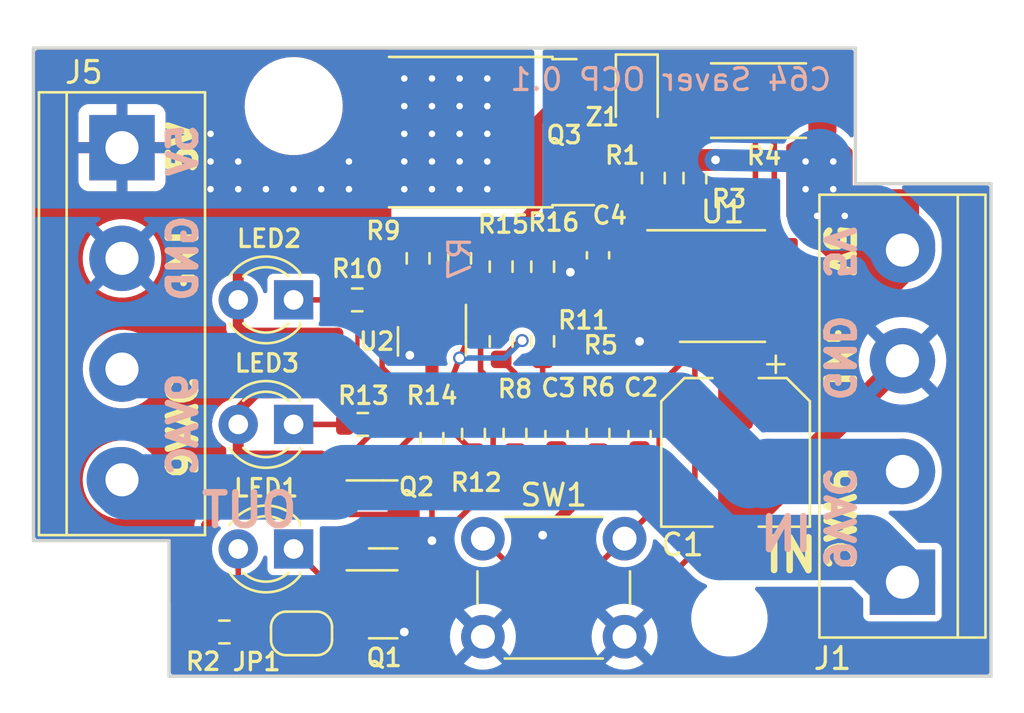
<source format=kicad_pcb>
(kicad_pcb (version 20221018) (generator pcbnew)
  (title_block (title "C64 Saver OCP") (date "2023-04-02") (rev "0.1"))
  (layers (0 "F.Cu" signal) (31 "B.Cu" signal) (34 "B.Paste" user) (35 "F.Paste" user) (36 "B.SilkS" user "B.Silkscreen") (37 "F.SilkS" user "F.Silkscreen") (38 "B.Mask" user) (39 "F.Mask" user) (44 "Edge.Cuts" user))
  (net 0 "")
  (net 1 "/VCC1-")
  (net 2 "GND")
  (net 3 "PGATE")
  (net 4 "/VCC1+")
  (net 5 "OVERVOLTAGE")
  (net 6 "/NGATE")
  (net 7 "/SENSE")
  (net 8 "/9VAC1")
  (net 9 "/9VAC2")
  (net 10 "Net-(U1-~{RESET})")
  (net 11 "Net-(U1-CIN1)")
  (net 12 "Net-(LED1-K)")
  (net 13 "OVERCURRENT")
  (net 14 "Net-(LED1-A)")
  (net 15 "Net-(LED2-K)")
  (net 16 "Net-(U1-OUT)")
  (net 17 "Net-(U2-K)")
  (net 18 "Net-(LED3-K)")
  (net 19 "/5V_SAFE")
  (footprint "TerminalBlock:TerminalBlock_bornier-4_P5.08mm" (layer "F.Cu") (at 180.34 108.204 90)
    (fp_text reference "J1" (at -3.501901 -3.20796 180) (layer "F.SilkS"))
    (fp_text value "Conn_01x04")
    (pad "1" thru_hole rect (at 0 0 90) (size 3 3) (drill 1.52) (layers "*.Cu" "*.Mask") (net 8 "/9VAC1"))
    (pad "2" thru_hole circle (at 5.08 0 90) (size 3 3) (drill 1.52) (layers "*.Cu" "*.Mask") (net 9 "/9VAC2"))
    (pad "3" thru_hole circle (at 10.16 0 90) (size 3 3) (drill 1.52) (layers "*.Cu" "*.Mask") (net 2 "GND"))
    (pad "4" thru_hole circle (at 15.24 0 90) (size 3 3) (drill 1.52) (layers "*.Cu" "*.Mask") (net 4 "/VCC1+"))
  )
  (footprint "Capacitor_SMD:CP_Elec_6.3x5.4" (layer "F.Cu") (at 172.682208 102.248374 -90)
    (fp_text reference "C1" (at 4.243368 2.444026) (layer "F.SilkS"))
    (fp_text value "47uF")
    (pad "1" smd roundrect (at -2.8 0 270) (size 3.5 1.6) (layers "F.Cu" "F.Paste" "F.Mask") (roundrect_rratio 0.15625) (net 4 "/VCC1+"))
    (pad "2" smd roundrect (at 2.8 0 270) (size 3.5 1.6) (layers "F.Cu" "F.Paste" "F.Mask") (roundrect_rratio 0.15625) (net 2 "GND"))
  )
  (footprint "Mounting_Holes:MountingHole_2.5mm" (layer "F.Cu") (at 152.40508 86.35746)
    (fp_text reference "MK1" hide)
    (fp_text value "Mounting_Hole")
    (pad "" np_thru_hole circle (at 0 0) (size 2.5 2.5) (drill 2.5) (layers "*.Cu" "*.Mask") (clearance 1))
  )
  (footprint "Mounting_Holes:MountingHole_2.5mm" (layer "F.Cu") (at 172.39996 109.86262)
    (fp_text reference "MK2" hide)
    (fp_text value "Mounting_Hole")
    (pad "" np_thru_hole circle (at 0 0) (size 2.5 2.5) (drill 2.5) (layers "*.Cu" "*.Mask") (clearance 0.5))
  )
  (footprint "Resistor_SMD:R_0603_1608Metric" (layer "F.Cu") (at 160.02 93.345 -90)
    (fp_text reference "R7" (at 0 0 -270) (layer "B.SilkS") (effects (justify mirror)))
    (fp_text value "3k9")
    (pad "1" smd roundrect (at -0.825 0 270) (size 0.8 0.95) (layers "F.Cu" "F.Paste" "F.Mask") (net 1 "/VCC1-"))
    (pad "2" smd roundrect (at 0.825 0 270) (size 0.8 0.95) (layers "F.Cu" "F.Paste" "F.Mask") (net 7 "/SENSE"))
  )
  (footprint "Resistor_SMD:R_0603_1608Metric" (layer "F.Cu") (at 161.925 97.155 90)
    (fp_text reference "R11" (at 0.970445 3.781925 180) (layer "F.SilkS") (effects (font (size 0.8 0.8))))
    (fp_text value "330k")
    (pad "1" smd roundrect (at -0.825 0 90) (size 0.8 0.95) (layers "F.Cu" "F.Paste" "F.Mask") (net 7 "/SENSE"))
    (pad "2" smd roundrect (at 0.825 0 90) (size 0.8 0.95) (layers "F.Cu" "F.Paste" "F.Mask") (net 5 "OVERVOLTAGE"))
  )
  (footprint "Resistor_SMD:R_0603_1608Metric" (layer "F.Cu") (at 170.815 89.662 -90)
    (fp_text reference "R3" (at 0.953877 -1.565295 -180) (layer "F.SilkS") (effects (font (size 0.8 0.8))))
    (fp_text value "3k9")
    (pad "1" smd roundrect (at -0.825 0 270) (size 0.8 0.95) (layers "F.Cu" "F.Paste" "F.Mask") (net 4 "/VCC1+"))
    (pad "2" smd roundrect (at 0.825 0 270) (size 0.8 0.95) (layers "F.Cu" "F.Paste" "F.Mask") (net 13 "OVERCURRENT"))
  )
  (footprint "TerminalBlock:TerminalBlock_bornier-4_P5.08mm" (layer "F.Cu") (at 144.526 88.265 -90)
    (fp_text reference "J5" (at -3.451028 1.750592 -180) (layer "F.SilkS"))
    (fp_text value "Conn_01x04")
    (pad "1" thru_hole rect (at 0 0 270) (size 3 3) (drill 1.52) (layers "*.Cu" "*.Mask") (net 19 "/5V_SAFE"))
    (pad "2" thru_hole circle (at 5.08 0 270) (size 3 3) (drill 1.52) (layers "*.Cu" "*.Mask") (net 2 "GND"))
    (pad "3" thru_hole circle (at 10.16 0 270) (size 3 3) (drill 1.52) (layers "*.Cu" "*.Mask") (net 9 "/9VAC2"))
    (pad "4" thru_hole circle (at 15.24 0 270) (size 3 3) (drill 1.52) (layers "*.Cu" "*.Mask") (net 8 "/9VAC1"))
  )
  (footprint "Resistor_SMD:R_0603_1608Metric" (layer "F.Cu") (at 163.83 93.726 -90)
    (fp_text reference "R16" (at -2.032 -0.508 180) (layer "F.SilkS") (effects (font (size 0.8 0.8))))
    (fp_text value "3k9")
    (pad "1" smd roundrect (at -0.825 0 270) (size 0.8 0.95) (layers "F.Cu" "F.Paste" "F.Mask") (net 3 "PGATE"))
    (pad "2" smd roundrect (at 0.825 0 270) (size 0.8 0.95) (layers "F.Cu" "F.Paste" "F.Mask") (net 5 "OVERVOLTAGE"))
  )
  (footprint "Resistor_SMD:R_0603_1608Metric" (layer "F.Cu") (at 160.655 101.41 -90)
    (fp_text reference "R12" (at 2.222 -0.127 -180) (layer "F.SilkS") (effects (font (size 0.8 0.8))))
    (fp_text value "33k")
    (pad "1" smd roundrect (at -0.825 0 270) (size 0.8 0.95) (layers "F.Cu" "F.Paste" "F.Mask") (net 17 "Net-(U2-K)"))
    (pad "2" smd roundrect (at 0.825 0 270) (size 0.8 0.95) (layers "F.Cu" "F.Paste" "F.Mask") (net 6 "/NGATE"))
  )
  (footprint "Package_TO_SOT_SMD:SOT-23" (layer "F.Cu") (at 158.75 97.155 -90)
    (fp_text reference "U2" (at 0 2.54 -180) (layer "F.SilkS") (effects (font (size 0.8 0.8))))
    (fp_text value "TL431DBZ")
    (pad "1" smd roundrect (at -0.9375 -0.95 270) (size 1.475 0.6) (layers "F.Cu" "F.Paste" "F.Mask") (net 17 "Net-(U2-K)"))
    (pad "2" smd roundrect (at -0.9375 0.95 270) (size 1.475 0.6) (layers "F.Cu" "F.Paste" "F.Mask") (net 7 "/SENSE"))
    (pad "3" smd roundrect (at 0.9375 0 270) (size 1.475 0.6) (layers "F.Cu" "F.Paste" "F.Mask") (net 2 "GND"))
  )
  (footprint "Jumper:SolderJumper-2_P1.3mm_Open_RoundedPad1.0x1.5mm" (layer "F.Cu") (at 152.76463 110.555705 180)
    (fp_text reference "JP1" (at 2.058952 -1.303982) (layer "F.SilkS") (effects (font (size 0.8 0.8))))
    (fp_text value "SolderJumper_2_Open")
    (pad "1" smd custom (at -0.65 0 180) (size 1 0.5) (layers "F.Cu" "F.Mask") (net 2 "GND") (options (clearance outline) (anchor rect)) (primitives (gr_circle (center 0 0.25) (end 0.5 0.25) (width 0) (fill yes)) (gr_circle (center 0 -0.25) (end 0.5 -0.25) (width 0) (fill yes)) (gr_poly (pts (xy 0.5 0.75) (xy 0 0.75) (xy 0 -0.75) (xy 0.5 -0.75)) (width 0) (fill yes))))
    (pad "2" smd custom (at 0.65 0 180) (size 1 0.5) (layers "F.Cu" "F.Mask") (net 13 "OVERCURRENT") (options (clearance outline) (anchor rect)) (primitives (gr_circle (center 0 0.25) (end 0.5 0.25) (width 0) (fill yes)) (gr_circle (center 0 -0.25) (end 0.5 -0.25) (width 0) (fill yes)) (gr_poly (pts (xy 0 0.75) (xy -0.5 0.75) (xy -0.5 -0.75) (xy 0 -0.75)) (width 0) (fill yes))))
  )
  (footprint "Capacitor_SMD:C_0603_1608Metric" (layer "F.Cu") (at 168.275 101.41 -90)
    (fp_text reference "C2" (at -2.144696 -0.07319 180) (layer "F.SilkS") (effects (font (size 0.8 0.8))))
    (fp_text value "220n")
    (pad "1" smd roundrect (at -0.775 0 270) (size 0.9 0.95) (layers "F.Cu" "F.Paste" "F.Mask") (net 10 "Net-(U1-~{RESET})"))
    (pad "2" smd roundrect (at 0.775 0 270) (size 0.9 0.95) (layers "F.Cu" "F.Paste" "F.Mask") (net 2 "GND"))
  )
  (footprint "Resistor_SMD:R_0603_1608Metric" (layer "F.Cu") (at 163.83 97.155 -90)
    (fp_text reference "R5" (at 0.174011 -2.668059 -180) (layer "F.SilkS") (effects (font (size 0.8 0.8))))
    (fp_text value "10k")
    (pad "1" smd roundrect (at -0.825 0 270) (size 0.8 0.95) (layers "F.Cu" "F.Paste" "F.Mask") (net 16 "Net-(U1-OUT)"))
    (pad "2" smd roundrect (at 0.825 0 270) (size 0.8 0.95) (layers "F.Cu" "F.Paste" "F.Mask") (net 11 "Net-(U1-CIN1)"))
  )
  (footprint "Package_TO_SOT_SMD:SOT-23" (layer "F.Cu") (at 156.5125 109.22)
    (fp_text reference "Q1" (at 0.042474 2.449988) (layer "F.SilkS") (effects (font (size 0.8 0.8))))
    (fp_text value "2N7002")
    (pad "1" smd roundrect (at -0.9375 -0.95) (size 1.475 0.6) (layers "F.Cu" "F.Paste" "F.Mask") (net 13 "OVERCURRENT"))
    (pad "2" smd roundrect (at -0.9375 0.95) (size 1.475 0.6) (layers "F.Cu" "F.Paste" "F.Mask") (net 2 "GND"))
    (pad "3" smd roundrect (at 0.9375 0) (size 1.475 0.6) (layers "F.Cu" "F.Paste" "F.Mask") (net 12 "Net-(LED1-K)"))
  )
  (footprint "Resistor_SMD:R_0603_1608Metric" (layer "F.Cu") (at 162.56 101.41 -90)
    (fp_text reference "R8" (at -2.075094 0 -180) (layer "F.SilkS") (effects (font (size 0.8 0.8))))
    (fp_text value "3k3")
    (pad "1" smd roundrect (at -0.825 0 270) (size 0.8 0.95) (layers "F.Cu" "F.Paste" "F.Mask") (net 7 "/SENSE"))
    (pad "2" smd roundrect (at 0.825 0 270) (size 0.8 0.95) (layers "F.Cu" "F.Paste" "F.Mask") (net 2 "GND"))
  )
  (footprint "LED_THT:LED_D3.0mm" (layer "F.Cu") (at 152.4 100.965 180)
    (fp_text reference "LED3" (at 1.222936 2.809108) (layer "F.SilkS") (effects (font (size 0.8 0.8))))
    (fp_text value "LED_GREEN_3mm")
    (pad "1" thru_hole rect (at 0 0 180) (size 1.8 1.8) (drill 0.9) (layers "*.Cu" "*.Mask") (net 18 "Net-(LED3-K)"))
    (pad "2" thru_hole circle (at 2.54 0 180) (size 1.8 1.8) (drill 0.9) (layers "*.Cu" "*.Mask") (net 1 "/VCC1-"))
  )
  (footprint "Resistor_SMD:R_0603_1608Metric" (layer "F.Cu") (at 166.37 101.41 -90)
    (fp_text reference "R6" (at -2.154701 0 180) (layer "F.SilkS") (effects (font (size 0.8 0.8))))
    (fp_text value "2k2")
    (pad "1" smd roundrect (at -0.825 0 270) (size 0.8 0.95) (layers "F.Cu" "F.Paste" "F.Mask") (net 11 "Net-(U1-CIN1)"))
    (pad "2" smd roundrect (at 0.825 0 270) (size 0.8 0.95) (layers "F.Cu" "F.Paste" "F.Mask") (net 2 "GND"))
  )
  (footprint "Resistor_SMD:R_0603_1608Metric" (layer "F.Cu") (at 149.225 110.49)
    (fp_text reference "R2" (at -0.97734 1.354987) (layer "F.SilkS") (effects (font (size 0.8 0.8))))
    (fp_text value "1k")
    (pad "1" smd roundrect (at -0.825 0) (size 0.8 0.95) (layers "F.Cu" "F.Paste" "F.Mask") (net 1 "/VCC1-"))
    (pad "2" smd roundrect (at 0.825 0) (size 0.8 0.95) (layers "F.Cu" "F.Paste" "F.Mask") (net 14 "Net-(LED1-A)"))
  )
  (footprint "Resistor_SMD:R_0603_1608Metric" (layer "F.Cu") (at 155.575 100.965 180)
    (fp_text reference "R13" (at -0.032673 1.323509) (layer "F.SilkS") (effects (font (size 0.8 0.8))))
    (fp_text value "1k")
    (pad "1" smd roundrect (at -0.825 0 180) (size 0.8 0.95) (layers "F.Cu" "F.Paste" "F.Mask") (net 5 "OVERVOLTAGE"))
    (pad "2" smd roundrect (at 0.825 0 180) (size 0.8 0.95) (layers "F.Cu" "F.Paste" "F.Mask") (net 18 "Net-(LED3-K)"))
  )
  (footprint "Diode_SMD:D_0805_2012Metric_Pad1.15x1.40mm_HandSolder" (layer "F.Cu") (at 168.148 85.852 -90)
    (fp_text reference "Z1" (at 1.006702 1.574824 -180) (layer "F.SilkS") (effects (font (size 0.8 0.8))))
    (fp_text value "BZY55B6V8")
    (pad "1" smd roundrect (at -1.025 0 270) (size 1.15 1.4) (layers "F.Cu" "F.Paste" "F.Mask") (roundrect_rratio 0.2173913043) (net 1 "/VCC1-"))
    (pad "2" smd roundrect (at 1.025 0 270) (size 1.15 1.4) (layers "F.Cu" "F.Paste" "F.Mask") (roundrect_rratio 0.2173913043) (net 3 "PGATE"))
  )
  (footprint "Capacitor_SMD:C_0603_1608Metric" (layer "F.Cu") (at 164.465 101.41 -90)
    (fp_text reference "C3" (at -2.11999 -0.090855 180) (layer "F.SilkS") (effects (font (size 0.8 0.8))))
    (fp_text value "TBD")
    (pad "1" smd roundrect (at -0.775 0 270) (size 0.9 0.95) (layers "F.Cu" "F.Paste" "F.Mask") (net 11 "Net-(U1-CIN1)"))
    (pad "2" smd roundrect (at 0.775 0 270) (size 0.9 0.95) (layers "F.Cu" "F.Paste" "F.Mask") (net 2 "GND"))
  )
  (footprint "Package_TO_SOT_SMD:SOT-23" (layer "F.Cu") (at 156.5125 105.095)
    (fp_text reference "Q2" (at 1.528356 -1.266452) (layer "F.SilkS") (effects (font (size 0.8 0.8))))
    (fp_text value "BC847")
    (pad "1" smd roundrect (at -0.9375 -0.95) (size 1.475 0.6) (layers "F.Cu" "F.Paste" "F.Mask") (net 6 "/NGATE"))
    (pad "2" smd roundrect (at -0.9375 0.95) (size 1.475 0.6) (layers "F.Cu" "F.Paste" "F.Mask") (net 13 "OVERCURRENT"))
    (pad "3" smd roundrect (at 0.9375 0) (size 1.475 0.6) (layers "F.Cu" "F.Paste" "F.Mask") (net 5 "OVERVOLTAGE"))
  )
  (footprint "Resistor_SMD:R_0603_1608Metric" (layer "F.Cu") (at 155.321 95.25)
    (fp_text reference "R10" (at 0 -1.43) (layer "F.SilkS") (effects (font (size 0.8 0.8))))
    (fp_text value "1k")
    (pad "1" smd roundrect (at -0.825 0) (size 0.8 0.95) (layers "F.Cu" "F.Paste" "F.Mask") (net 15 "Net-(LED2-K)"))
    (pad "2" smd roundrect (at 0.825 0) (size 0.8 0.95) (layers "F.Cu" "F.Paste" "F.Mask") (net 17 "Net-(U2-K)"))
  )
  (footprint "Package_SO:SOIC-8_3.9x4.9mm_P1.27mm" (layer "F.Cu") (at 172.085 94.615)
    (fp_text reference "U1" (at 0 -3.4) (layer "F.SilkS"))
    (fp_text value "MAX4373FESA")
    (pad "1" smd roundrect (at -2.475 -1.905) (size 1.95 0.6) (layers "F.Cu" "F.Paste" "F.Mask") (net 4 "/VCC1+"))
    (pad "2" smd roundrect (at -2.475 -0.635) (size 1.95 0.6) (layers "F.Cu" "F.Paste" "F.Mask") (net 16 "Net-(U1-OUT)"))
    (pad "3" smd roundrect (at -2.475 0.635) (size 1.95 0.6) (layers "F.Cu" "F.Paste" "F.Mask") (net 11 "Net-(U1-CIN1)"))
    (pad "4" smd roundrect (at -2.475 1.905) (size 1.95 0.6) (layers "F.Cu" "F.Paste" "F.Mask") (net 2 "GND"))
    (pad "5" smd roundrect (at 2.475 1.905) (size 1.95 0.6) (layers "F.Cu" "F.Paste" "F.Mask") (net 10 "Net-(U1-~{RESET})"))
    (pad "6" smd roundrect (at 2.475 0.635) (size 1.95 0.6) (layers "F.Cu" "F.Paste" "F.Mask") (net 13 "OVERCURRENT"))
    (pad "7" smd roundrect (at 2.475 -0.635) (size 1.95 0.6) (layers "F.Cu" "F.Paste" "F.Mask") (net 1 "/VCC1-"))
    (pad "8" smd roundrect (at 2.475 -1.905) (size 1.95 0.6) (layers "F.Cu" "F.Paste" "F.Mask") (net 4 "/VCC1+"))
  )
  (footprint "Capacitor_SMD:C_0603_1608Metric" (layer "F.Cu") (at 166.37 93.205 -90)
    (fp_text reference "C4" (at -1.830413 -0.538472 180) (layer "F.SilkS") (effects (font (size 0.8 0.8))))
    (fp_text value "100n")
    (pad "1" smd roundrect (at -0.775 0 270) (size 0.9 0.95) (layers "F.Cu" "F.Paste" "F.Mask") (net 4 "/VCC1+"))
    (pad "2" smd roundrect (at 0.775 0 270) (size 0.9 0.95) (layers "F.Cu" "F.Paste" "F.Mask") (net 2 "GND"))
  )
  (footprint "Resistor_SMD:R_0603_1608Metric" (layer "F.Cu") (at 158.75 101.6 -90)
    (fp_text reference "R14" (at -1.959415 0 -180) (layer "F.SilkS") (effects (font (size 0.8 0.8))))
    (fp_text value "10k")
    (pad "1" smd roundrect (at -0.825 0 270) (size 0.8 0.95) (layers "F.Cu" "F.Paste" "F.Mask") (net 6 "/NGATE"))
    (pad "2" smd roundrect (at 0.825 0 270) (size 0.8 0.95) (layers "F.Cu" "F.Paste" "F.Mask") (net 2 "GND"))
  )
  (footprint "Package_TO_SOT_SMD:ATPAK-2" (layer "F.Cu") (at 160.43 87.552 180)
    (fp_text reference "Q3" (at -4.38271 -0.127024) (layer "F.SilkS") (effects (font (size 0.8 0.8))))
    (fp_text value "IRFR5305")
    (pad "1" smd roundrect (at -4.95 -2.3 180) (size 1.6 1.5) (layers "F.Cu" "F.Paste" "F.Mask") (roundrect_rratio 0.1666673333) (net 3 "PGATE"))
    (pad "2" smd roundrect (at -0.55 -1.7 180) (size 3.2 3.1) (layers "F.Cu" "F.Paste") (roundrect_rratio 0.08064483871) (net 19 "/5V_SAFE"))
    (pad "2" smd roundrect (at -0.55 1.7 180) (size 3.2 3.1) (layers "F.Cu" "F.Paste") (roundrect_rratio 0.08064483871) (net 19 "/5V_SAFE"))
    (pad "2" smd roundrect (at 1.2 0 180) (size 6.7 6.5) (layers "F.Cu" "F.Mask") (roundrect_rratio 0.038462) (net 19 "/5V_SAFE"))
    (pad "2" smd roundrect (at 2.95 -1.7 180) (size 3.2 3.1) (layers "F.Cu" "F.Paste") (roundrect_rratio 0.08064483871) (net 19 "/5V_SAFE"))
    (pad "2" smd roundrect (at 2.95 1.7 180) (size 3.2 3.1) (layers "F.Cu" "F.Paste") (roundrect_rratio 0.08064483871) (net 19 "/5V_SAFE"))
    (pad "3" smd roundrect (at -4.95 2.3 180) (size 1.6 1.5) (layers "F.Cu" "F.Paste" "F.Mask") (roundrect_rratio 0.1666673333) (net 1 "/VCC1-"))
  )
  (footprint "LED_THT:LED_D3.0mm" (layer "F.Cu") (at 152.4 95.25 180)
    (fp_text reference "LED2" (at 1.124113 2.813493) (layer "F.SilkS") (effects (font (size 0.8 0.8))))
    (fp_text value "LED_RED_3mm")
    (pad "1" thru_hole rect (at 0 0 180) (size 1.8 1.8) (drill 0.9) (layers "*.Cu" "*.Mask") (net 15 "Net-(LED2-K)"))
    (pad "2" thru_hole circle (at 2.54 0 180) (size 1.8 1.8) (drill 0.9) (layers "*.Cu" "*.Mask") (net 1 "/VCC1-"))
  )
  (footprint "Resistor_SMD:R_0603_1608Metric" (layer "F.Cu") (at 158.115 93.345 -90)
    (fp_text reference "R9" (at -1.266628 1.592398 180) (layer "F.SilkS") (effects (font (size 0.8 0.8))))
    (fp_text value "3k3")
    (pad "1" smd roundrect (at -0.825 0 270) (size 0.8 0.95) (layers "F.Cu" "F.Paste" "F.Mask") (net 1 "/VCC1-"))
    (pad "2" smd roundrect (at 0.825 0 270) (size 0.8 0.95) (layers "F.Cu" "F.Paste" "F.Mask") (net 17 "Net-(U2-K)"))
  )
  (footprint "Resistor_SMD:R_2512_6332Metric" (layer "F.Cu") (at 173.736 86.106 180)
    (fp_text reference "R4" (at -0.254 -2.54) (layer "F.SilkS") (effects (font (size 0.8 0.8))))
    (fp_text value "40m")
    (pad "1" smd roundrect (at -2.9625 0 180) (size 1.225 3.35) (layers "F.Cu" "F.Paste" "F.Mask") (roundrect_rratio 0.2040816327) (net 4 "/VCC1+"))
    (pad "2" smd roundrect (at 2.9625 0 180) (size 1.225 3.35) (layers "F.Cu" "F.Paste" "F.Mask") (roundrect_rratio 0.2040816327) (net 1 "/VCC1-"))
  )
  (footprint "LED_THT:LED_D3.0mm" (layer "F.Cu") (at 152.4 106.68 180)
    (fp_text reference "LED1" (at 1.259995 2.79237) (layer "F.SilkS") (effects (font (size 0.8 0.8))))
    (fp_text value "YELLOW_3mm")
    (pad "1" thru_hole rect (at 0 0 180) (size 1.8 1.8) (drill 0.9) (layers "*.Cu" "*.Mask") (net 12 "Net-(LED1-K)"))
    (pad "2" thru_hole circle (at 2.54 0 180) (size 1.8 1.8) (drill 0.9) (layers "*.Cu" "*.Mask") (net 14 "Net-(LED1-A)"))
  )
  (footprint "Resistor_SMD:R_0603_1608Metric" (layer "F.Cu") (at 161.925 93.726 -90)
    (fp_text reference "R15" (at -1.942059 -0.103825 -180) (layer "F.SilkS") (effects (font (size 0.8 0.8))))
    (fp_text value "3k3")
    (pad "1" smd roundrect (at -0.825 0 270) (size 0.8 0.95) (layers "F.Cu" "F.Paste" "F.Mask") (net 1 "/VCC1-"))
    (pad "2" smd roundrect (at 0.825 0 270) (size 0.8 0.95) (layers "F.Cu" "F.Paste" "F.Mask") (net 5 "OVERVOLTAGE"))
  )
  (footprint "Resistor_SMD:R_0603_1608Metric" (layer "F.Cu") (at 168.91 89.662 -90)
    (fp_text reference "R1" (at -1.043173 1.429682 180) (layer "F.SilkS") (effects (font (size 0.8 0.8))))
    (fp_text value "330k")
    (pad "1" smd roundrect (at -0.825 0 270) (size 0.8 0.95) (layers "F.Cu" "F.Paste" "F.Mask") (net 4 "/VCC1+"))
    (pad "2" smd roundrect (at 0.825 0 270) (size 0.8 0.95) (layers "F.Cu" "F.Paste" "F.Mask") (net 10 "Net-(U1-~{RESET})"))
  )
  (footprint "Button_Switch_THT:SW_PUSH_6mm" (layer "F.Cu") (at 161.088 106.208)
    (fp_text reference "SW1" (at 3.25 -2) (layer "F.SilkS"))
    (fp_text value "SW_Push")
    (pad "1" thru_hole circle (at 0 0 90) (size 2 2) (drill 1.1) (layers "*.Cu" "*.Mask") (net 10 "Net-(U1-~{RESET})"))
    (pad "1" thru_hole circle (at 6.5 0 90) (size 2 2) (drill 1.1) (layers "*.Cu" "*.Mask") (net 10 "Net-(U1-~{RESET})"))
    (pad "2" thru_hole circle (at 0 4.5 90) (size 2 2) (drill 1.1) (layers "*.Cu" "*.Mask") (net 2 "GND"))
    (pad "2" thru_hole circle (at 6.5 4.5 90) (size 2 2) (drill 1.1) (layers "*.Cu" "*.Mask") (net 2 "GND"))
  )
  (gr_line (start 146.685 106.299) (end 140.462 106.299) (stroke (width 0.15)) (layer "Edge.Cuts"))
  (gr_line (start 184.404 89.916) (end 184.404 112.522) (stroke (width 0.15)) (layer "Edge.Cuts"))
  (gr_line (start 140.462 106.299) (end 140.462 83.693) (stroke (width 0.15)) (layer "Edge.Cuts"))
  (gr_line (start 178.181 83.693) (end 178.181 89.916) (stroke (width 0.15)) (layer "Edge.Cuts"))
  (gr_line (start 140.462 83.693) (end 178.181 83.693) (stroke (width 0.15)) (layer "Edge.Cuts"))
  (gr_line (start 184.404 112.522) (end 146.685 112.522) (stroke (width 0.15)) (layer "Edge.Cuts"))
  (gr_line (start 178.181 89.916) (end 184.404 89.916) (stroke (width 0.15)) (layer "Edge.Cuts"))
  (gr_line (start 146.685 112.522) (end 146.685 106.299) (stroke (width 0.15)) (layer "Edge.Cuts"))
  (gr_text "9VAC" (at 177.419 105.283 270) (layer "B.SilkS") (effects (font (size 1.25 1.25) (thickness 0.3)) (justify mirror)))
  (gr_text "GND" (at 177.419 97.917 270) (layer "B.SilkS") (effects (font (size 1.25 1.25) (thickness 0.3)) (justify mirror)))
  (gr_text "5V" (at 177.419 93.091 270) (layer "B.SilkS") (effects (font (size 1.25 1.25) (thickness 0.3)) (justify mirror)))
  (gr_text "5V" (at 147.32 88.392 90) (layer "B.SilkS") (effects (font (size 1.25 1.25) (thickness 0.3)) (justify mirror)))
  (gr_text "GND" (at 147.32 93.345 90) (layer "B.SilkS") (effects (font (size 1.25 1.25) (thickness 0.3)) (justify mirror)))
  (gr_text "9VAC" (at 147.32 100.965 90) (layer "B.SilkS") (effects (font (size 1.25 1.25) (thickness 0.3)) (justify mirror)))
  (gr_text "IN" (at 175.006 106) (layer "B.SilkS") (effects (font (size 1.5 1.5) (thickness 0.3)) (justify mirror)))
  (gr_text "OUT" (at 150.368 104.902) (layer "B.SilkS") (effects (font (size 1.5 1.5) (thickness 0.3)) (justify mirror)))
  (gr_text "${TITLE} ${REVISION}" (at 177.165 85.725) (layer "B.SilkS") (effects (font (size 1 1)) (justify left bottom mirror)))
  (gr_text "5V" (at 147.32 88.265 90) (layer "F.SilkS") (effects (font (size 1.25 1.25) (thickness 0.3))))
  (gr_text "GND" (at 147.32 93.345 90) (layer "F.SilkS") (effects (font (size 1.25 1.25) (thickness 0.3))))
  (gr_text "9VAC" (at 147.32 101.092 90) (layer "F.SilkS") (effects (font (size 1.25 1.25) (thickness 0.3))))
  (gr_text "GND" (at 177.419 97.917 270) (layer "F.SilkS") (effects (font (size 1.25 1.25) (thickness 0.3))))
  (gr_text "9VAC" (at 177.419 105.283 270) (layer "F.SilkS") (effects (font (size 1.25 1.25) (thickness 0.3))))
  (gr_text "5V" (at 177.419 92.964 270) (layer "F.SilkS") (effects (font (size 1.25 1.25) (thickness 0.3))))
  (gr_text "IN" (at 175.236534 106.967137) (layer "F.SilkS") (effects (font (size 1.5 1.5) (thickness 0.3))))
  (segment (start 154.379 99.515) (end 150.675 99.515) (width 0.5) (layer "F.Cu") (net 1))
  (segment (start 172.466 86.106) (end 170.7735 86.106) (width 0.254) (layer "F.Cu") (net 1))
  (segment (start 154.432 99.568) (end 154.379 99.515) (width 0.5) (layer "F.Cu") (net 1))
  (segment (start 153.67 104.902) (end 149.098 104.902) (width 0.5) (layer "F.Cu") (net 1))
  (segment (start 150.492208 93.345) (end 156.845 93.345) (width 0.5) (layer "F.Cu") (net 1))
  (segment (start 153.67 102.415) (end 153.67 104.902) (width 0.5) (layer "F.Cu") (net 1))
  (segment (start 149.098 104.902) (end 148.4 105.6) (width 0.5) (layer "F.Cu") (net 1))
  (segment (start 150.675 99.515) (end 149.86 100.33) (width 0.5) (layer "F.Cu") (net 1))
  (segment (start 160.02 92.52) (end 161.925 92.901) (width 0.5) (layer "F.Cu") (net 1))
  (segment (start 150.037208 102.415) (end 153.67 102.415) (width 0.5) (layer "F.Cu") (net 1))
  (segment (start 149.86 95.25) (end 149.86 96.522792) (width 0.5) (layer "F.Cu") (net 1))
  (segment (start 158.115 92.52) (end 160.02 92.52) (width 0.5) (layer "F.Cu") (net 1))
  (segment (start 150.111208 96.774) (end 154.432 96.774) (width 0.5) (layer "F.Cu") (net 1))
  (segment (start 172.72 93.98) (end 174.56 93.98) (width 0.254) (layer "F.Cu") (net 1))
  (segment (start 157.67 92.52) (end 158.115 92.52) (width 0.5) (layer "F.Cu") (net 1))
  (segment (start 173.592496 87.232496) (end 172.466 86.106) (width 0.254) (layer "F.Cu") (net 1))
  (segment (start 163.576 87.056) (end 165.38 85.252) (width 0.5) (layer "F.Cu") (net 1))
  (segment (start 149.86 95.25) (end 149.86 93.977208) (width 0.5) (layer "F.Cu") (net 1))
  (segment (start 173.592496 91.024927) (end 172.72 91.897423) (width 0.254) (layer "F.Cu") (net 1))
  (segment (start 172.72 91.897423) (end 172.72 93.98) (width 0.254) (layer "F.Cu") (net 1))
  (segment (start 149.86 100.33) (end 149.86 100.965) (width 0.5) (layer "F.Cu") (net 1))
  (segment (start 149.86 102.237792) (end 150.037208 102.415) (width 0.5) (layer "F.Cu") (net 1))
  (segment (start 148.4 105.6) (end 148.4 110.49) (width 0.5) (layer "F.Cu") (net 1))
  (segment (start 149.86 93.977208) (end 150.492208 93.345) (width 0.5) (layer "F.Cu") (net 1))
  (segment (start 161.925 92.901) (end 163.576 90.869) (width 0.5) (layer "F.Cu") (net 1))
  (segment (start 149.86 100.965) (end 149.86 102.237792) (width 0.5) (layer "F.Cu") (net 1))
  (segment (start 156.845 93.345) (end 157.67 92.52) (width 0.5) (layer "F.Cu") (net 1))
  (segment (start 154.432 96.774) (end 154.432 99.568) (width 0.5) (layer "F.Cu") (net 1))
  (segment (start 149.86 96.522792) (end 150.111208 96.774) (width 0.5) (layer "F.Cu") (net 1))
  (segment (start 163.576 90.869) (end 163.576 87.056) (width 0.5) (layer "F.Cu") (net 1))
  (segment (start 173.592496 91.024927) (end 173.592496 87.232496) (width 0.254) (layer "F.Cu") (net 1))
  (segment (start 168.91 96.52) (end 168.275 97.155) (width 0.5) (layer "F.Cu") (net 2))
  (segment (start 168.225 102.235) (end 168.275 102.185) (width 0.5) (layer "F.Cu") (net 2))
  (segment (start 166.37 103.505) (end 163.83 106.045) (width 0.5) (layer "F.Cu") (net 2))
  (segment (start 174.111 104.654) (end 174.625 104.14) (width 1) (layer "F.Cu") (net 2))
  (segment (start 153.800335 110.17) (end 153.41463 110.555705) (width 0.254) (layer "F.Cu") (net 2))
  (segment (start 157.16 110.17) (end 157.48 110.49) (width 0.254) (layer "F.Cu") (net 2))
  (segment (start 166.37 102.235) (end 168.225 102.235) (width 0.5) (layer "F.Cu") (net 2))
  (segment (start 166.37 93.98) (end 165.1 93.98) (width 0.5) (layer "F.Cu") (net 2))
  (segment (start 162.56 102.235) (end 164.415 102.235) (width 0.5) (layer "F.Cu") (net 2))
  (segment (start 172.682208 105.048374) (end 174.111 104.654) (width 1) (layer "F.Cu") (net 2))
  (segment (start 158.0365 98.0925) (end 157.734 97.79) (width 0.254) (layer "F.Cu") (net 2))
  (segment (start 155.575 110.17) (end 157.16 110.17) (width 0.254) (layer "F.Cu") (net 2))
  (segment (start 174.625 103.759) (end 180.34 98.044) (width 1) (layer "F.Cu") (net 2))
  (segment (start 164.415 102.235) (end 164.465 102.185) (width 0.5) (layer "F.Cu") (net 2))
  (segment (start 164.465 102.185) (end 166.32 102.185) (width 0.5) (layer "F.Cu") (net 2))
  (segment (start 158.75 98.0925) (end 158.0365 98.0925) (width 0.254) (layer "F.Cu") (net 2))
  (segment (start 166.37 102.235) (end 166.37 103.505) (width 0.5) (layer "F.Cu") (net 2))
  (segment (start 174.625 104.14) (end 174.625 103.759) (width 1) (layer "F.Cu") (net 2))
  (segment (start 158.75 102.235) (end 158.75 106.299) (width 0.254) (layer "F.Cu") (net 2))
  (segment (start 155.575 110.17) (end 153.800335 110.17) (width 0.254) (layer "F.Cu") (net 2))
  (segment (start 169.61 96.52) (end 168.91 96.52) (width 0.5) (layer "F.Cu") (net 2))
  (segment (start 166.32 102.185) (end 166.37 102.235) (width 0.5) (layer "F.Cu") (net 2))
  (via (at 157.48 110.49) (size 0.6) (drill 0.4) (layers "F.Cu" "B.Cu") (net 2))
  (via (at 157.734 97.79) (size 0.6) (drill 0.4) (layers "F.Cu" "B.Cu") (net 2))
  (via (at 158.75 106.299) (size 0.6) (drill 0.4) (layers "F.Cu" "B.Cu") (net 2))
  (via (at 165.1 93.98) (size 0.6) (drill 0.4) (layers "F.Cu" "B.Cu") (net 2))
  (via (at 168.275 97.155) (size 0.6) (drill 0.4) (layers "F.Cu" "B.Cu") (net 2))
  (via (at 163.83 106.045) (size 0.6) (drill 0.4) (layers "F.Cu" "B.Cu") (net 2))
  (segment (start 168.148 86.877) (end 166.615 86.877) (width 0.5) (layer "F.Cu") (net 3))
  (segment (start 164.465 92.52) (end 163.83 92.901) (width 0.254) (layer "F.Cu") (net 3))
  (segment (start 165.354 88.138) (end 165.354 89.826) (width 0.5) (layer "F.Cu") (net 3))
  (segment (start 165.38 91.605) (end 164.465 92.52) (width 0.254) (layer "F.Cu") (net 3))
  (segment (start 165.354 89.826) (end 165.38 89.852) (width 0.5) (layer "F.Cu") (net 3))
  (segment (start 166.615 86.877) (end 165.354 88.138) (width 0.5) (layer "F.Cu") (net 3))
  (segment (start 165.38 89.852) (end 165.38 91.605) (width 0.254) (layer "F.Cu") (net 3))
  (segment (start 167.005 89.535) (end 167.703 88.837) (width 1) (layer "F.Cu") (net 4))
  (segment (start 166.37 92.43) (end 167.005 91.795) (width 0.5) (layer "F.Cu") (net 4))
  (segment (start 167.005 91.795) (end 168.695 91.795) (width 0.5) (layer "F.Cu") (net 4))
  (segment (start 171.762093 88.827176) (end 170.815 88.837) (width 1) (layer "F.Cu") (net 4))
  (segment (start 176.606 86.36) (end 175.26 86.36) (width 0.254) (layer "F.Cu") (net 4))
  (segment (start 168.695 91.795) (end 169.61 92.71) (width 0.5) (layer "F.Cu") (net 4))
  (segment (start 174.4565 87.1635) (end 174.4565 92.6065) (width 0.254) (layer "F.Cu") (net 4))
  (segment (start 174.4565 92.6065) (end 174.56 92.71) (width 0.254) (layer "F.Cu") (net 4))
  (segment (start 167.005 91.795) (end 167.005 89.535) (width 0.5) (layer "F.Cu") (net 4))
  (segment (start 174.911896 99.448374) (end 180.34 94.02027) (width 1) (layer "F.Cu") (net 4))
  (segment (start 180.34 94.02027) (end 180.34 92.964) (width 1) (layer "F.Cu") (net 4))
  (segment (start 176.6985 89.21727) (end 176.6985 86.106) (width 0.254) (layer "F.Cu") (net 4))
  (segment (start 175.832 88.837) (end 175.895 88.9) (width 0.254) (layer "F.Cu") (net 4))
  (segment (start 172.682208 99.448374) (end 174.911896 99.448374) (width 1) (layer "F.Cu") (net 4))
  (segment (start 170.815 88.837) (end 168.91 88.837) (width 1) (layer "F.Cu") (net 4))
  (segment (start 167.703 88.837) (end 168.91 88.837) (width 1) (layer "F.Cu") (net 4))
  (segment (start 175.26 86.36) (end 174.4565 87.1635) (width 0.254) (layer "F.Cu") (net 4))
  (via (at 175.895 88.9) (size 0.6) (drill 0.3) (layers "F.Cu" "B.Cu") (net 4))
  (via (at 177.692427 91.396637) (size 0.6) (drill 0.3) (layers "F.Cu" "B.Cu") (net 4))
  (via (at 177.165 90.17) (size 0.6) (drill 0.3) (layers "F.Cu" "B.Cu") (net 4))
  (via (at 176.422427 91.396637) (size 0.6) (drill 0.3) (layers "F.Cu" "B.Cu") (net 4))
  (via (at 175.895 90.17) (size 0.6) (drill 0.3) (layers "F.Cu" "B.Cu") (net 4))
  (via (at 177.165 88.9) (size 0.6) (drill 0.3) (layers "F.Cu" "B.Cu") (net 4))
  (via (at 171.762093 88.827176) (size 0.6) (drill 0.4) (layers "F.Cu" "B.Cu") (net 4))
  (segment (start 179.121 91.491) (end 176.74568 91.491) (width 3) (layer "B.Cu") (net 4))
  (segment (start 180.34 92.71) (end 179.121 91.491) (width 3) (layer "B.Cu") (net 4))
  (segment (start 180.34 92.964) (end 180.34 92.71) (width 3) (layer "B.Cu") (net 4))
  (segment (start 176.53 91.27532) (end 176.53 88.9) (width 3) (layer "B.Cu") (net 4))
  (segment (start 171.762093 88.827176) (end 175.895 88.9) (width 1) (layer "B.Cu") (net 4))
  (segment (start 176.74568 91.491) (end 176.53 91.27532) (width 3) (layer "B.Cu") (net 4))
  (segment (start 161.557 99.073) (end 160.981 98.497) (width 0.254) (layer "F.Cu") (net 5))
  (segment (start 154.686 102.679) (end 156.4 100.965) (width 0.254) (layer "F.Cu") (net 5))
  (segment (start 161.925 94.551) (end 161.925 96.33) (width 0.254) (layer "F.Cu") (net 5))
  (segment (start 154.686 102.87) (end 154.686 102.679) (width 0.254) (layer "F.Cu") (net 5))
  (segment (start 157.45 105.095) (end 154.971499 105.095) (width 0.254) (layer "F.Cu") (net 5))
  (segment (start 159.4765 105.801417) (end 161.557 103.720917) (width 0.254) (layer "F.Cu") (net 5))
  (segment (start 157.45 106.026427) (end 158.449073 107.0255) (width 0.254) (layer "F.Cu") (net 5))
  (segment (start 159.4765 106.599927) (end 159.4765 105.801417) (width 0.254) (layer "F.Cu") (net 5))
  (segment (start 154.971499 105.095) (end 154.346501 104.470002) (width 0.254) (layer "F.Cu") (net 5))
  (segment (start 161.557 103.720917) (end 161.557 99.073) (width 0.254) (layer "F.Cu") (net 5))
  (segment (start 158.449073 107.0255) (end 159.050927 107.0255) (width 0.254) (layer "F.Cu") (net 5))
  (segment (start 163.83 94.551) (end 161.925 94.551) (width 0.254) (layer "F.Cu") (net 5))
  (segment (start 154.346501 103.209499) (end 154.686 102.87) (width 0.254) (layer "F.Cu") (net 5))
  (segment (start 160.981 98.497) (end 160.981 97.274) (width 0.254) (layer "F.Cu") (net 5))
  (segment (start 160.981 97.274) (end 161.925 96.33) (width 0.254) (layer "F.Cu") (net 5))
  (segment (start 157.45 105.095) (end 157.45 106.026427) (width 0.254) (layer "F.Cu") (net 5))
  (segment (start 159.050927 107.0255) (end 159.4765 106.599927) (width 0.254) (layer "F.Cu") (net 5))
  (segment (start 154.346501 104.470002) (end 154.346501 103.209499) (width 0.254) (layer "F.Cu") (net 5))
  (segment (start 160.655 102.235) (end 159.005 100.585) (width 0.254) (layer "F.Cu") (net 6))
  (segment (start 155.575 103.76) (end 155.575 104.145) (width 0.254) (layer "F.Cu") (net 6))
  (segment (start 158.75 100.585) (end 155.575 103.76) (width 0.254) (layer "F.Cu") (net 6))
  (segment (start 159.005 100.585) (end 158.75 100.585) (width 0.254) (layer "F.Cu") (net 6))
  (segment (start 160.427 94.577) (end 160.02 94.17) (width 0.254) (layer "F.Cu") (net 7))
  (segment (start 157.359 99.257) (end 156.464 98.362) (width 0.254) (layer "F.Cu") (net 7))
  (segment (start 157.0205 96.2175) (end 157.8 96.2175) (width 0.254) (layer "F.Cu") (net 7))
  (segment (start 162.56 100.585) (end 162.56 98.615) (width 0.254) (layer "F.Cu") (net 7))
  (segment (start 160.427 97.044001) (end 160.427 94.577) (width 0.254) (layer "F.Cu") (net 7))
  (segment (start 156.464 96.774) (end 157.0205 96.2175) (width 0.254) (layer "F.Cu") (net 7))
  (segment (start 160.02 97.917263) (end 160.427 97.044001) (width 0.254) (layer "F.Cu") (net 7))
  (segment (start 162.787957 97.117043) (end 161.925 97.98) (width 0.254) (layer "F.Cu") (net 7))
  (segment (start 162.888928 97.117043) (end 162.787957 97.117043) (width 0.254) (layer "F.Cu") (net 7))
  (segment (start 159.512 99.257) (end 157.359 99.257) (width 0.254) (layer "F.Cu") (net 7))
  (segment (start 160.02 97.917263) (end 159.512 99.257) (width 0.254) (layer "F.Cu") (net 7))
  (segment (start 156.464 98.362) (end 156.464 96.774) (width 0.254) (layer "F.Cu") (net 7))
  (segment (start 162.56 98.615) (end 161.925 97.98) (width 0.254) (layer "F.Cu") (net 7))
  (via (at 160.02 97.917263) (size 0.6) (drill 0.4) (layers "F.Cu" "B.Cu") (net 7))
  (via (at 162.888928 97.117043) (size 0.6) (drill 0.4) (layers "F.Cu" "B.Cu") (net 7))
  (segment (start 160.02 97.917263) (end 162.088708 97.917263) (width 0.254) (layer "B.Cu") (net 7))
  (segment (start 162.088708 97.917263) (end 162.888928 97.117043) (width 0.254) (layer "B.Cu") (net 7))
  (segment (start 154.732 103.408) (end 154.305 103.835) (width 3) (layer "B.Cu") (net 8))
  (segment (start 168.747798 103.408) (end 154.732 103.408) (width 3) (layer "B.Cu") (net 8))
  (segment (start 180.34 108.204) (end 178.74862 106.61262) (width 3) (layer "B.Cu") (net 8))
  (segment (start 171.952418 106.61262) (end 168.747798 103.408) (width 3) (layer "B.Cu") (net 8))
  (segment (start 154.305 103.835) (end 144.729 103.835) (width 3) (layer "B.Cu") (net 8))
  (segment (start 178.74862 106.61262) (end 171.952418 106.61262) (width 3) (layer "B.Cu") (net 8))
  (segment (start 144.729 103.835) (end 144.399 103.505) (width 3) (layer "B.Cu") (net 8))
  (segment (start 155.96 100.08) (end 170.086703 100.08) (width 3) (layer "B.Cu") (net 9))
  (segment (start 173.99 103.31262) (end 174.17862 103.124) (width 3) (layer "B.Cu") (net 9))
  (segment (start 144.526 98.425) (end 144.686 98.265) (width 3) (layer "B.Cu") (net 9))
  (segment (start 174.17862 103.124) (end 180.34 103.124) (width 3) (layer "B.Cu") (net 9))
  (segment (start 154.145 98.265) (end 155.96 100.08) (width 3) (layer "B.Cu") (net 9))
  (segment (start 144.686 98.265) (end 154.145 98.265) (width 3) (layer "B.Cu") (net 9))
  (segment (start 170.086703 100.08) (end 173.319323 103.31262) (width 3) (layer "B.Cu") (net 9))
  (segment (start 171.622518 96.717873) (end 168.275 100.065391) (width 0.254) (layer "F.Cu") (net 10))
  (segment (start 171.45 92.71) (end 171.45 95.25) (width 0.254) (layer "F.Cu") (net 10))
  (segment (start 169.177 101.537) (end 169.177 104.619) (width 0.254) (layer "F.Cu") (net 10))
  (segment (start 169.177 104.619) (end 167.588 106.208) (width 0.254) (layer "F.Cu") (net 10))
  (segment (start 169.227 90.487) (end 171.45 92.71) (width 0.254) (layer "F.Cu") (net 10))
  (segment (start 171.45 95.25) (end 172.72 96.52) (width 0.254) (layer "F.Cu") (net 10))
  (segment (start 168.275 100.065391) (end 168.275 100.635) (width 0.254) (layer "F.Cu") (net 10))
  (segment (start 172.405286 96.717873) (end 171.622518 96.717873) (width 0.254) (layer "F.Cu") (net 10))
  (segment (start 172.603159 96.52) (end 172.405286 96.717873) (width 0.254) (layer "F.Cu") (net 10))
  (segment (start 168.275 100.635) (end 169.177 101.537) (width 0.254) (layer "F.Cu") (net 10))
  (segment (start 172.72 96.52) (end 172.603159 96.52) (width 0.254) (layer "F.Cu") (net 10))
  (segment (start 166.116 107.68) (end 162.56 107.68) (width 0.254) (layer "F.Cu") (net 10))
  (segment (start 168.91 90.487) (end 169.227 90.487) (width 0.254) (layer "F.Cu") (net 10))
  (segment (start 162.56 107.68) (end 161.088 106.208) (width 0.254) (layer "F.Cu") (net 10))
  (segment (start 167.588 106.208) (end 166.116 107.68) (width 0.254) (layer "F.Cu") (net 10))
  (segment (start 172.72 96.52) (end 174.56 96.52) (width 0.254) (layer "F.Cu") (net 10))
  (segment (start 163.83 100) (end 164.465 100.635) (width 0.254) (layer "F.Cu") (net 11))
  (segment (start 168.275 95.25) (end 169.61 95.25) (width 0.254) (layer "F.Cu") (net 11))
  (segment (start 167.64 95.885) (end 168.275 95.25) (width 0.254) (layer "F.Cu") (net 11))
  (segment (start 163.83 97.98) (end 166.327768 97.98) (width 0.254) (layer "F.Cu") (net 11))
  (segment (start 163.83 97.98) (end 163.83 100) (width 0.254) (layer "F.Cu") (net 11))
  (segment (start 166.327768 97.98) (end 167.64 96.667768) (width 0.254) (layer "F.Cu") (net 11))
  (segment (start 164.515 100.585) (end 164.465 100.635) (width 0.254) (layer "F.Cu") (net 11))
  (segment (start 166.37 100.585) (end 164.515 100.585) (width 0.254) (layer "F.Cu") (net 11))
  (segment (start 167.64 96.667768) (end 167.64 95.885) (width 0.254) (layer "F.Cu") (net 11))
  (segment (start 157.45 109.22) (end 154.94 109.22) (width 0.254) (layer "F.Cu") (net 12))
  (segment (start 154.94 109.22) (end 152.4 106.68) (width 0.254) (layer "F.Cu") (net 12))
  (segment (start 175.081001 95.25) (end 175.962 96.130999) (width 0.254) (layer "F.Cu") (net 13))
  (segment (start 152.73776 111.732705) (end 158.142295 111.732705) (width 0.254) (layer "F.Cu") (net 13))
  (segment (start 172.085 94.615) (end 172.72 95.25) (width 0.254) (layer "F.Cu") (net 13))
  (segment (start 152.11463 111.109575) (end 152.73776 111.732705) (width 0.254) (layer "F.Cu") (net 13))
  (segment (start 170.815 106.807) (end 170.561 107.061) (width 0.254) (layer "F.Cu") (net 13))
  (segment (start 169.352 108.27) (end 170.561 107.061) (width 0.254) (layer "F.Cu") (net 13))
  (segment (start 174.56 95.25) (end 175.081001 95.25) (width 0.254) (layer "F.Cu") (net 13))
  (segment (start 172.085 91.757) (end 172.085 94.615) (width 0.254) (layer "F.Cu") (net 13))
  (segment (start 158.75 108.27) (end 169.352 108.27) (width 0.254) (layer "F.Cu") (net 13))
  (segment (start 171.851785 97.271374) (end 170.815 98.308159) (width 0.254) (layer "F.Cu") (net 13))
  (segment (start 175.962 96.130999) (end 175.962 97.088) (width 0.254) (layer "F.Cu") (net 13))
  (segment (start 170.815 90.487) (end 172.085 91.757) (width 0.254) (layer "F.Cu") (net 13))
  (segment (start 170.815 98.308159) (end 170.815 106.807) (width 0.254) (layer "F.Cu") (net 13))
  (segment (start 152.11463 110.555705) (end 152.11463 111.109575) (width 0.254) (layer "F.Cu") (net 13))
  (segment (start 175.962 97.088) (end 175.778626 97.271374) (width 0.254) (layer "F.Cu") (net 13))
  (segment (start 175.778626 97.271374) (end 171.851785 97.271374) (width 0.254) (layer "F.Cu") (net 13))
  (segment (start 158.142295 111.732705) (end 158.75 111.125) (width 0.254) (layer "F.Cu") (net 13))
  (segment (start 158.75 108.27) (end 155.575 108.27) (width 0.254) (layer "F.Cu") (net 13))
  (segment (start 158.75 111.125) (end 158.75 108.27) (width 0.254) (layer "F.Cu") (net 13))
  (segment (start 172.72 95.25) (end 174.56 95.25) (width 0.254) (layer "F.Cu") (net 13))
  (segment (start 155.575 108.27) (end 155.575 106.045) (width 0.254) (layer "F.Cu") (net 13))
  (segment (start 150.05 110.49) (end 149.86 110.3) (width 0.254) (layer "F.Cu") (net 14))
  (segment (start 149.86 110.3) (end 149.86 106.68) (width 0.254) (layer "F.Cu") (net 14))
  (segment (start 152.4 95.25) (end 154.496 95.25) (width 0.254) (layer "F.Cu") (net 15))
  (segment (start 168.26124 93.98) (end 169.61 93.98) (width 0.254) (layer "F.Cu") (net 16))
  (segment (start 163.83 96.33) (end 165.91124 96.33) (width 0.254) (layer "F.Cu") (net 16))
  (segment (start 165.91124 96.33) (end 168.26124 93.98) (width 0.254) (layer "F.Cu") (net 16))
  (segment (start 156.173 99.785) (end 155.330472 98.942472) (width 0.2) (layer "F.Cu") (net 17))
  (segment (start 155.330472 98.942472) (end 155.330472 96.065528) (width 0.2) (layer "F.Cu") (net 17))
  (segment (start 160.655 100.585) (end 159.855 99.785) (width 0.2) (layer "F.Cu") (net 17))
  (segment (start 158.115 94.17) (end 157.226 94.17) (width 0.254) (layer "F.Cu") (net 17))
  (segment (start 159.7 96.2175) (end 159.7 95.755) (width 0.254) (layer "F.Cu") (net 17))
  (segment (start 157.226 94.17) (end 156.146 95.25) (width 0.254) (layer "F.Cu") (net 17))
  (segment (start 159.7 95.755) (end 158.115 94.17) (width 0.254) (layer "F.Cu") (net 17))
  (segment (start 155.330472 96.065528) (end 156.146 95.25) (width 0.2) (layer "F.Cu") (net 17))
  (segment (start 159.855 99.785) (end 156.173 99.785) (width 0.2) (layer "F.Cu") (net 17))
  (segment (start 152.4 100.965) (end 154.75 100.965) (width 0.254) (layer "F.Cu") (net 18))
  (via (at 153.67 90.17) (size 0.6) (drill 0.3) (layers "F.Cu" "B.Cu") (net 19))
  (via (at 154.94 90.17) (size 0.6) (drill 0.3) (layers "F.Cu" "B.Cu") (net 19))
  (via (at 157.48 87.63) (size 0.6) (drill 0.3) (layers "F.Cu" "B.Cu") (net 19))
  (via (at 157.48 88.9) (size 0.6) (drill 0.3) (layers "F.Cu" "B.Cu") (net 19))
  (via (at 161.29 90.17) (size 0.6) (drill 0.3) (layers "F.Cu" "B.Cu") (net 19))
  (via (at 161.29 85.09) (size 0.6) (drill 0.3) (layers "F.Cu" "B.Cu") (net 19))
  (via (at 157.48 90.17) (size 0.6) (drill 0.3) (layers "F.Cu" "B.Cu") (net 19))
  (via (at 158.75 86.36) (size 0.6) (drill 0.3) (layers "F.Cu" "B.Cu") (net 19))
  (via (at 158.75 85.09) (size 0.6) (drill 0.3) (layers "F.Cu" "B.Cu") (net 19))
  (via (at 148.59 90.17) (size 0.6) (drill 0.3) (layers "F.Cu" "B.Cu") (net 19))
  (via (at 160.02 86.36) (size 0.6) (drill 0.3) (layers "F.Cu" "B.Cu") (net 19))
  (via (at 161.29 87.63) (size 0.6) (drill 0.3) (layers "F.Cu" "B.Cu") (net 19))
  (via (at 160.02 88.9) (size 0.6) (drill 0.3) (layers "F.Cu" "B.Cu") (net 19))
  (via (at 160.02 87.63) (size 0.6) (drill 0.3) (layers "F.Cu" "B.Cu") (net 19))
  (via (at 161.29 88.9) (size 0.6) (drill 0.3) (layers "F.Cu" "B.Cu") (net 19))
  (via (at 157.48 86.36) (size 0.6) (drill 0.3) (layers "F.Cu" "B.Cu") (net 19))
  (via (at 151.13 90.17) (size 0.6) (drill 0.3) (layers "F.Cu" "B.Cu") (net 19))
  (via (at 161.29 86.36) (size 0.6) (drill 0.3) (layers "F.Cu" "B.Cu") (net 19))
  (via (at 154.94 88.9) (size 0.6) (drill 0.3) (layers "F.Cu" "B.Cu") (net 19))
  (via (at 160.02 90.17) (size 0.6) (drill 0.3) (layers "F.Cu" "B.Cu") (net 19))
  (via (at 149.86 88.9) (size 0.6) (drill 0.3) (layers "F.Cu" "B.Cu") (net 19))
  (via (at 158.75 88.9) (size 0.6) (drill 0.3) (layers "F.Cu" "B.Cu") (net 19))
  (via (at 157.48 85.09) (size 0.6) (drill 0.3) (layers "F.Cu" "B.Cu") (net 19))
  (via (at 148.59 87.63) (size 0.6) (drill 0.3) (layers "F.Cu" "B.Cu") (net 19))
  (via (at 158.75 87.63) (size 0.6) (drill 0.3) (layers "F.Cu" "B.Cu") (net 19))
  (via (at 149.86 90.17) (size 0.6) (drill 0.3) (layers "F.Cu" "B.Cu") (net 19))
  (via (at 158.75 90.17) (size 0.6) (drill 0.3) (layers "F.Cu" "B.Cu") (net 19))
  (via (at 148.59 88.9) (size 0.6) (drill 0.3) (layers "F.Cu" "B.Cu") (net 19))
  (via (at 160.02 85.09) (size 0.6) (drill 0.3) (layers "F.Cu" "B.Cu") (net 19))
  (via (at 152.4 90.17) (size 0.6) (drill 0.3) (layers "F.Cu" "B.Cu") (net 19))
  (zone (net 19) (net_name "/5V_SAFE") (layer "F.Cu") (connect_pads thru_hole_only (clearance 0.3)) (min_thickness 0.254) (fill yes (thermal_gap 0.508) (thermal_bridge_width 0.508))
    (polygon (pts (xy 139.192 96.52) (xy 139.192 106.68) (xy 145.796 106.68) (xy 145.796 109.22) (xy 156.972 109.093) (xy 156.845 82.804) (xy 139.192 82.804)))
  )
  (zone (net 1) (net_name "/VCC1-") (layer "F.Cu") (priority 2) (connect_pads yes (clearance 0.254)) (min_thickness 0.25) (fill yes (thermal_gap 0.5) (thermal_bridge_width 0.5))
    (polygon (pts (xy 164.592 84.074) (xy 171.45 84.074) (xy 171.45 87.884) (xy 170.18 87.884) (xy 170.18 87.63) (xy 169.164 85.598) (xy 167.132 85.598) (xy 165.862 86.106) (xy 164.592 86.106)))
  )
  (zone (net 4) (net_name "/VCC1+") (layer "F.Cu") (priority 3) (connect_pads yes (clearance 0.254)) (min_thickness 0.25) (fill yes (thermal_gap 0.5) (thermal_bridge_width 0.5))
    (polygon (pts (xy 180.34 94.488) (xy 178.054 94.488) (xy 175.006 91.44) (xy 175.006 88.138) (xy 176.022 87.63) (xy 176.022 85.344) (xy 177.292 85.344) (xy 177.292 87.63) (xy 178.054 88.392) (xy 178.054 90.17) (xy 181.102 90.17) (xy 181.102 92.202)))
  )
  (zone (net 2) (net_name "GND") (layer "B.Cu") (connect_pads (clearance 0.2032)) (min_thickness 0.2032) (fill yes (thermal_gap 0.508) (thermal_bridge_width 0.508))
    (polygon (pts (xy 163.83 91.44) (xy 163.83 83.185) (xy 184.785 83.185) (xy 184.912 113.284) (xy 139.7 113.157) (xy 139.7 91.44)))
  )
  (zone (net 19) (net_name "/5V_SAFE") (layer "B.Cu") (priority 1) (connect_pads (clearance 0.254)) (min_thickness 0.25) (fill yes (thermal_gap 0.5) (thermal_bridge_width 0.5))
    (polygon (pts (xy 139.7 81.915) (xy 163.449 81.915) (xy 163.449 91.059) (xy 139.7 91.059) (xy 139.7 82.55)))
  )
)
</source>
